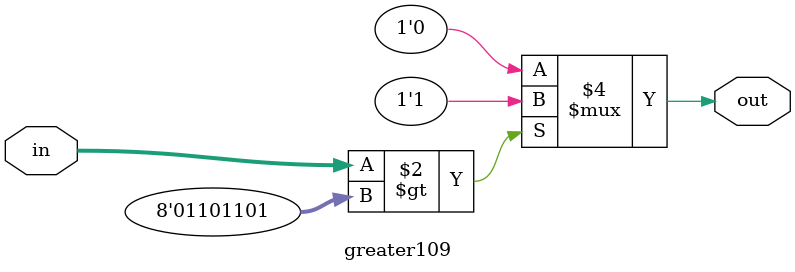
<source format=v>
module greater109(
    input wire [7:0] in,
    output reg out);

    always @* begin
        if (in > 8'd109) begin
            out = 1'b1;
        end else begin
            out = 1'b0;
        end
    end

endmodule

</source>
